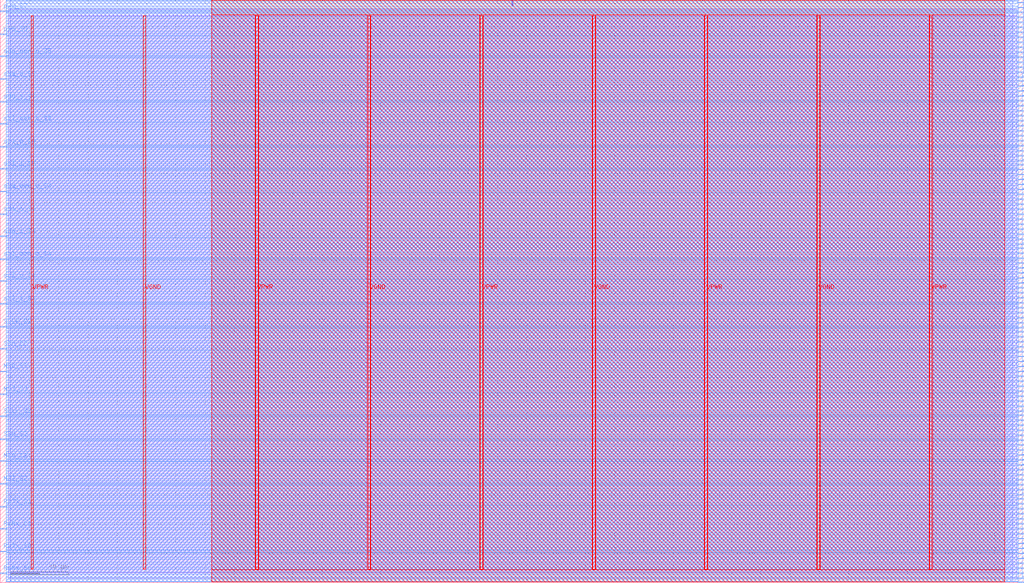
<source format=lef>
VERSION 5.7 ;
  NOWIREEXTENSIONATPIN ON ;
  DIVIDERCHAR "/" ;
  BUSBITCHARS "[]" ;
MACRO apb_sys_0
  CLASS BLOCK ;
  FOREIGN apb_sys_0 ;
  ORIGIN 0.000 0.000 ;
  SIZE 700.000 BY 398.600 ;
  PIN HADDR[0]
    DIRECTION INPUT ;
    USE SIGNAL ;
    PORT
      LAYER met3 ;
        RECT 696.000 0.000 700.000 0.600 ;
    END
  END HADDR[0]
  PIN HADDR[10]
    DIRECTION INPUT ;
    USE SIGNAL ;
    PORT
      LAYER met3 ;
        RECT 696.000 33.320 700.000 33.920 ;
    END
  END HADDR[10]
  PIN HADDR[11]
    DIRECTION INPUT ;
    USE SIGNAL ;
    PORT
      LAYER met3 ;
        RECT 696.000 36.720 700.000 37.320 ;
    END
  END HADDR[11]
  PIN HADDR[12]
    DIRECTION INPUT ;
    USE SIGNAL ;
    PORT
      LAYER met3 ;
        RECT 696.000 40.120 700.000 40.720 ;
    END
  END HADDR[12]
  PIN HADDR[13]
    DIRECTION INPUT ;
    USE SIGNAL ;
    PORT
      LAYER met3 ;
        RECT 696.000 43.520 700.000 44.120 ;
    END
  END HADDR[13]
  PIN HADDR[14]
    DIRECTION INPUT ;
    USE SIGNAL ;
    PORT
      LAYER met3 ;
        RECT 696.000 46.920 700.000 47.520 ;
    END
  END HADDR[14]
  PIN HADDR[15]
    DIRECTION INPUT ;
    USE SIGNAL ;
    PORT
      LAYER met3 ;
        RECT 696.000 50.320 700.000 50.920 ;
    END
  END HADDR[15]
  PIN HADDR[16]
    DIRECTION INPUT ;
    USE SIGNAL ;
    PORT
      LAYER met3 ;
        RECT 696.000 53.720 700.000 54.320 ;
    END
  END HADDR[16]
  PIN HADDR[17]
    DIRECTION INPUT ;
    USE SIGNAL ;
    PORT
      LAYER met3 ;
        RECT 696.000 57.120 700.000 57.720 ;
    END
  END HADDR[17]
  PIN HADDR[18]
    DIRECTION INPUT ;
    USE SIGNAL ;
    PORT
      LAYER met3 ;
        RECT 696.000 59.840 700.000 60.440 ;
    END
  END HADDR[18]
  PIN HADDR[19]
    DIRECTION INPUT ;
    USE SIGNAL ;
    PORT
      LAYER met3 ;
        RECT 696.000 63.240 700.000 63.840 ;
    END
  END HADDR[19]
  PIN HADDR[1]
    DIRECTION INPUT ;
    USE SIGNAL ;
    PORT
      LAYER met3 ;
        RECT 696.000 2.720 700.000 3.320 ;
    END
  END HADDR[1]
  PIN HADDR[20]
    DIRECTION INPUT ;
    USE SIGNAL ;
    PORT
      LAYER met3 ;
        RECT 696.000 66.640 700.000 67.240 ;
    END
  END HADDR[20]
  PIN HADDR[21]
    DIRECTION INPUT ;
    USE SIGNAL ;
    PORT
      LAYER met3 ;
        RECT 696.000 70.040 700.000 70.640 ;
    END
  END HADDR[21]
  PIN HADDR[22]
    DIRECTION INPUT ;
    USE SIGNAL ;
    PORT
      LAYER met3 ;
        RECT 696.000 73.440 700.000 74.040 ;
    END
  END HADDR[22]
  PIN HADDR[23]
    DIRECTION INPUT ;
    USE SIGNAL ;
    PORT
      LAYER met3 ;
        RECT 696.000 76.840 700.000 77.440 ;
    END
  END HADDR[23]
  PIN HADDR[24]
    DIRECTION INPUT ;
    USE SIGNAL ;
    PORT
      LAYER met3 ;
        RECT 696.000 80.240 700.000 80.840 ;
    END
  END HADDR[24]
  PIN HADDR[25]
    DIRECTION INPUT ;
    USE SIGNAL ;
    PORT
      LAYER met3 ;
        RECT 696.000 83.640 700.000 84.240 ;
    END
  END HADDR[25]
  PIN HADDR[26]
    DIRECTION INPUT ;
    USE SIGNAL ;
    PORT
      LAYER met3 ;
        RECT 696.000 87.040 700.000 87.640 ;
    END
  END HADDR[26]
  PIN HADDR[27]
    DIRECTION INPUT ;
    USE SIGNAL ;
    PORT
      LAYER met3 ;
        RECT 696.000 90.440 700.000 91.040 ;
    END
  END HADDR[27]
  PIN HADDR[28]
    DIRECTION INPUT ;
    USE SIGNAL ;
    PORT
      LAYER met3 ;
        RECT 696.000 93.840 700.000 94.440 ;
    END
  END HADDR[28]
  PIN HADDR[29]
    DIRECTION INPUT ;
    USE SIGNAL ;
    PORT
      LAYER met3 ;
        RECT 696.000 97.240 700.000 97.840 ;
    END
  END HADDR[29]
  PIN HADDR[2]
    DIRECTION INPUT ;
    USE SIGNAL ;
    PORT
      LAYER met3 ;
        RECT 696.000 6.120 700.000 6.720 ;
    END
  END HADDR[2]
  PIN HADDR[30]
    DIRECTION INPUT ;
    USE SIGNAL ;
    PORT
      LAYER met3 ;
        RECT 696.000 100.640 700.000 101.240 ;
    END
  END HADDR[30]
  PIN HADDR[31]
    DIRECTION INPUT ;
    USE SIGNAL ;
    PORT
      LAYER met3 ;
        RECT 696.000 104.040 700.000 104.640 ;
    END
  END HADDR[31]
  PIN HADDR[3]
    DIRECTION INPUT ;
    USE SIGNAL ;
    PORT
      LAYER met3 ;
        RECT 696.000 9.520 700.000 10.120 ;
    END
  END HADDR[3]
  PIN HADDR[4]
    DIRECTION INPUT ;
    USE SIGNAL ;
    PORT
      LAYER met3 ;
        RECT 696.000 12.920 700.000 13.520 ;
    END
  END HADDR[4]
  PIN HADDR[5]
    DIRECTION INPUT ;
    USE SIGNAL ;
    PORT
      LAYER met3 ;
        RECT 696.000 16.320 700.000 16.920 ;
    END
  END HADDR[5]
  PIN HADDR[6]
    DIRECTION INPUT ;
    USE SIGNAL ;
    PORT
      LAYER met3 ;
        RECT 696.000 19.720 700.000 20.320 ;
    END
  END HADDR[6]
  PIN HADDR[7]
    DIRECTION INPUT ;
    USE SIGNAL ;
    PORT
      LAYER met3 ;
        RECT 696.000 23.120 700.000 23.720 ;
    END
  END HADDR[7]
  PIN HADDR[8]
    DIRECTION INPUT ;
    USE SIGNAL ;
    PORT
      LAYER met3 ;
        RECT 696.000 26.520 700.000 27.120 ;
    END
  END HADDR[8]
  PIN HADDR[9]
    DIRECTION INPUT ;
    USE SIGNAL ;
    PORT
      LAYER met3 ;
        RECT 696.000 29.920 700.000 30.520 ;
    END
  END HADDR[9]
  PIN HCLK
    DIRECTION INPUT ;
    USE SIGNAL ;
    PORT
      LAYER met3 ;
        RECT 696.000 339.320 700.000 339.920 ;
    END
  END HCLK
  PIN HRDATA[0]
    DIRECTION OUTPUT TRISTATE ;
    USE SIGNAL ;
    PORT
      LAYER met3 ;
        RECT 696.000 107.440 700.000 108.040 ;
    END
  END HRDATA[0]
  PIN HRDATA[10]
    DIRECTION OUTPUT TRISTATE ;
    USE SIGNAL ;
    PORT
      LAYER met3 ;
        RECT 696.000 140.760 700.000 141.360 ;
    END
  END HRDATA[10]
  PIN HRDATA[11]
    DIRECTION OUTPUT TRISTATE ;
    USE SIGNAL ;
    PORT
      LAYER met3 ;
        RECT 696.000 144.160 700.000 144.760 ;
    END
  END HRDATA[11]
  PIN HRDATA[12]
    DIRECTION OUTPUT TRISTATE ;
    USE SIGNAL ;
    PORT
      LAYER met3 ;
        RECT 696.000 147.560 700.000 148.160 ;
    END
  END HRDATA[12]
  PIN HRDATA[13]
    DIRECTION OUTPUT TRISTATE ;
    USE SIGNAL ;
    PORT
      LAYER met3 ;
        RECT 696.000 150.960 700.000 151.560 ;
    END
  END HRDATA[13]
  PIN HRDATA[14]
    DIRECTION OUTPUT TRISTATE ;
    USE SIGNAL ;
    PORT
      LAYER met3 ;
        RECT 696.000 154.360 700.000 154.960 ;
    END
  END HRDATA[14]
  PIN HRDATA[15]
    DIRECTION OUTPUT TRISTATE ;
    USE SIGNAL ;
    PORT
      LAYER met3 ;
        RECT 696.000 157.760 700.000 158.360 ;
    END
  END HRDATA[15]
  PIN HRDATA[16]
    DIRECTION OUTPUT TRISTATE ;
    USE SIGNAL ;
    PORT
      LAYER met3 ;
        RECT 696.000 161.160 700.000 161.760 ;
    END
  END HRDATA[16]
  PIN HRDATA[17]
    DIRECTION OUTPUT TRISTATE ;
    USE SIGNAL ;
    PORT
      LAYER met3 ;
        RECT 696.000 164.560 700.000 165.160 ;
    END
  END HRDATA[17]
  PIN HRDATA[18]
    DIRECTION OUTPUT TRISTATE ;
    USE SIGNAL ;
    PORT
      LAYER met3 ;
        RECT 696.000 167.960 700.000 168.560 ;
    END
  END HRDATA[18]
  PIN HRDATA[19]
    DIRECTION OUTPUT TRISTATE ;
    USE SIGNAL ;
    PORT
      LAYER met3 ;
        RECT 696.000 171.360 700.000 171.960 ;
    END
  END HRDATA[19]
  PIN HRDATA[1]
    DIRECTION OUTPUT TRISTATE ;
    USE SIGNAL ;
    PORT
      LAYER met3 ;
        RECT 696.000 110.840 700.000 111.440 ;
    END
  END HRDATA[1]
  PIN HRDATA[20]
    DIRECTION OUTPUT TRISTATE ;
    USE SIGNAL ;
    PORT
      LAYER met3 ;
        RECT 696.000 174.080 700.000 174.680 ;
    END
  END HRDATA[20]
  PIN HRDATA[21]
    DIRECTION OUTPUT TRISTATE ;
    USE SIGNAL ;
    PORT
      LAYER met3 ;
        RECT 696.000 177.480 700.000 178.080 ;
    END
  END HRDATA[21]
  PIN HRDATA[22]
    DIRECTION OUTPUT TRISTATE ;
    USE SIGNAL ;
    PORT
      LAYER met3 ;
        RECT 696.000 180.880 700.000 181.480 ;
    END
  END HRDATA[22]
  PIN HRDATA[23]
    DIRECTION OUTPUT TRISTATE ;
    USE SIGNAL ;
    PORT
      LAYER met3 ;
        RECT 696.000 184.280 700.000 184.880 ;
    END
  END HRDATA[23]
  PIN HRDATA[24]
    DIRECTION OUTPUT TRISTATE ;
    USE SIGNAL ;
    PORT
      LAYER met3 ;
        RECT 696.000 187.680 700.000 188.280 ;
    END
  END HRDATA[24]
  PIN HRDATA[25]
    DIRECTION OUTPUT TRISTATE ;
    USE SIGNAL ;
    PORT
      LAYER met3 ;
        RECT 696.000 191.080 700.000 191.680 ;
    END
  END HRDATA[25]
  PIN HRDATA[26]
    DIRECTION OUTPUT TRISTATE ;
    USE SIGNAL ;
    PORT
      LAYER met3 ;
        RECT 696.000 194.480 700.000 195.080 ;
    END
  END HRDATA[26]
  PIN HRDATA[27]
    DIRECTION OUTPUT TRISTATE ;
    USE SIGNAL ;
    PORT
      LAYER met3 ;
        RECT 696.000 197.880 700.000 198.480 ;
    END
  END HRDATA[27]
  PIN HRDATA[28]
    DIRECTION OUTPUT TRISTATE ;
    USE SIGNAL ;
    PORT
      LAYER met3 ;
        RECT 696.000 201.280 700.000 201.880 ;
    END
  END HRDATA[28]
  PIN HRDATA[29]
    DIRECTION OUTPUT TRISTATE ;
    USE SIGNAL ;
    PORT
      LAYER met3 ;
        RECT 696.000 204.680 700.000 205.280 ;
    END
  END HRDATA[29]
  PIN HRDATA[2]
    DIRECTION OUTPUT TRISTATE ;
    USE SIGNAL ;
    PORT
      LAYER met3 ;
        RECT 696.000 114.240 700.000 114.840 ;
    END
  END HRDATA[2]
  PIN HRDATA[30]
    DIRECTION OUTPUT TRISTATE ;
    USE SIGNAL ;
    PORT
      LAYER met3 ;
        RECT 696.000 208.080 700.000 208.680 ;
    END
  END HRDATA[30]
  PIN HRDATA[31]
    DIRECTION OUTPUT TRISTATE ;
    USE SIGNAL ;
    PORT
      LAYER met3 ;
        RECT 696.000 211.480 700.000 212.080 ;
    END
  END HRDATA[31]
  PIN HRDATA[3]
    DIRECTION OUTPUT TRISTATE ;
    USE SIGNAL ;
    PORT
      LAYER met3 ;
        RECT 696.000 116.960 700.000 117.560 ;
    END
  END HRDATA[3]
  PIN HRDATA[4]
    DIRECTION OUTPUT TRISTATE ;
    USE SIGNAL ;
    PORT
      LAYER met3 ;
        RECT 696.000 120.360 700.000 120.960 ;
    END
  END HRDATA[4]
  PIN HRDATA[5]
    DIRECTION OUTPUT TRISTATE ;
    USE SIGNAL ;
    PORT
      LAYER met3 ;
        RECT 696.000 123.760 700.000 124.360 ;
    END
  END HRDATA[5]
  PIN HRDATA[6]
    DIRECTION OUTPUT TRISTATE ;
    USE SIGNAL ;
    PORT
      LAYER met3 ;
        RECT 696.000 127.160 700.000 127.760 ;
    END
  END HRDATA[6]
  PIN HRDATA[7]
    DIRECTION OUTPUT TRISTATE ;
    USE SIGNAL ;
    PORT
      LAYER met3 ;
        RECT 696.000 130.560 700.000 131.160 ;
    END
  END HRDATA[7]
  PIN HRDATA[8]
    DIRECTION OUTPUT TRISTATE ;
    USE SIGNAL ;
    PORT
      LAYER met3 ;
        RECT 696.000 133.960 700.000 134.560 ;
    END
  END HRDATA[8]
  PIN HRDATA[9]
    DIRECTION OUTPUT TRISTATE ;
    USE SIGNAL ;
    PORT
      LAYER met3 ;
        RECT 696.000 137.360 700.000 137.960 ;
    END
  END HRDATA[9]
  PIN HREADY
    DIRECTION INPUT ;
    USE SIGNAL ;
    PORT
      LAYER met3 ;
        RECT 696.000 332.520 700.000 333.120 ;
    END
  END HREADY
  PIN HREADYOUT
    DIRECTION OUTPUT TRISTATE ;
    USE SIGNAL ;
    PORT
      LAYER met2 ;
        RECT 350.150 394.600 350.430 398.600 ;
    END
  END HREADYOUT
  PIN HRESETn
    DIRECTION INPUT ;
    USE SIGNAL ;
    PORT
      LAYER met3 ;
        RECT 696.000 342.720 700.000 343.320 ;
    END
  END HRESETn
  PIN HSEL
    DIRECTION INPUT ;
    USE SIGNAL ;
    PORT
      LAYER met3 ;
        RECT 696.000 335.920 700.000 336.520 ;
    END
  END HSEL
  PIN HTRANS[0]
    DIRECTION INPUT ;
    USE SIGNAL ;
    PORT
      LAYER met3 ;
        RECT 696.000 322.320 700.000 322.920 ;
    END
  END HTRANS[0]
  PIN HTRANS[1]
    DIRECTION INPUT ;
    USE SIGNAL ;
    PORT
      LAYER met3 ;
        RECT 696.000 325.720 700.000 326.320 ;
    END
  END HTRANS[1]
  PIN HWDATA[0]
    DIRECTION INPUT ;
    USE SIGNAL ;
    PORT
      LAYER met3 ;
        RECT 696.000 214.880 700.000 215.480 ;
    END
  END HWDATA[0]
  PIN HWDATA[10]
    DIRECTION INPUT ;
    USE SIGNAL ;
    PORT
      LAYER met3 ;
        RECT 696.000 248.200 700.000 248.800 ;
    END
  END HWDATA[10]
  PIN HWDATA[11]
    DIRECTION INPUT ;
    USE SIGNAL ;
    PORT
      LAYER met3 ;
        RECT 696.000 251.600 700.000 252.200 ;
    END
  END HWDATA[11]
  PIN HWDATA[12]
    DIRECTION INPUT ;
    USE SIGNAL ;
    PORT
      LAYER met3 ;
        RECT 696.000 255.000 700.000 255.600 ;
    END
  END HWDATA[12]
  PIN HWDATA[13]
    DIRECTION INPUT ;
    USE SIGNAL ;
    PORT
      LAYER met3 ;
        RECT 696.000 258.400 700.000 259.000 ;
    END
  END HWDATA[13]
  PIN HWDATA[14]
    DIRECTION INPUT ;
    USE SIGNAL ;
    PORT
      LAYER met3 ;
        RECT 696.000 261.800 700.000 262.400 ;
    END
  END HWDATA[14]
  PIN HWDATA[15]
    DIRECTION INPUT ;
    USE SIGNAL ;
    PORT
      LAYER met3 ;
        RECT 696.000 265.200 700.000 265.800 ;
    END
  END HWDATA[15]
  PIN HWDATA[16]
    DIRECTION INPUT ;
    USE SIGNAL ;
    PORT
      LAYER met3 ;
        RECT 696.000 268.600 700.000 269.200 ;
    END
  END HWDATA[16]
  PIN HWDATA[17]
    DIRECTION INPUT ;
    USE SIGNAL ;
    PORT
      LAYER met3 ;
        RECT 696.000 272.000 700.000 272.600 ;
    END
  END HWDATA[17]
  PIN HWDATA[18]
    DIRECTION INPUT ;
    USE SIGNAL ;
    PORT
      LAYER met3 ;
        RECT 696.000 275.400 700.000 276.000 ;
    END
  END HWDATA[18]
  PIN HWDATA[19]
    DIRECTION INPUT ;
    USE SIGNAL ;
    PORT
      LAYER met3 ;
        RECT 696.000 278.800 700.000 279.400 ;
    END
  END HWDATA[19]
  PIN HWDATA[1]
    DIRECTION INPUT ;
    USE SIGNAL ;
    PORT
      LAYER met3 ;
        RECT 696.000 218.280 700.000 218.880 ;
    END
  END HWDATA[1]
  PIN HWDATA[20]
    DIRECTION INPUT ;
    USE SIGNAL ;
    PORT
      LAYER met3 ;
        RECT 696.000 282.200 700.000 282.800 ;
    END
  END HWDATA[20]
  PIN HWDATA[21]
    DIRECTION INPUT ;
    USE SIGNAL ;
    PORT
      LAYER met3 ;
        RECT 696.000 285.600 700.000 286.200 ;
    END
  END HWDATA[21]
  PIN HWDATA[22]
    DIRECTION INPUT ;
    USE SIGNAL ;
    PORT
      LAYER met3 ;
        RECT 696.000 288.320 700.000 288.920 ;
    END
  END HWDATA[22]
  PIN HWDATA[23]
    DIRECTION INPUT ;
    USE SIGNAL ;
    PORT
      LAYER met3 ;
        RECT 696.000 291.720 700.000 292.320 ;
    END
  END HWDATA[23]
  PIN HWDATA[24]
    DIRECTION INPUT ;
    USE SIGNAL ;
    PORT
      LAYER met3 ;
        RECT 696.000 295.120 700.000 295.720 ;
    END
  END HWDATA[24]
  PIN HWDATA[25]
    DIRECTION INPUT ;
    USE SIGNAL ;
    PORT
      LAYER met3 ;
        RECT 696.000 298.520 700.000 299.120 ;
    END
  END HWDATA[25]
  PIN HWDATA[26]
    DIRECTION INPUT ;
    USE SIGNAL ;
    PORT
      LAYER met3 ;
        RECT 696.000 301.920 700.000 302.520 ;
    END
  END HWDATA[26]
  PIN HWDATA[27]
    DIRECTION INPUT ;
    USE SIGNAL ;
    PORT
      LAYER met3 ;
        RECT 696.000 305.320 700.000 305.920 ;
    END
  END HWDATA[27]
  PIN HWDATA[28]
    DIRECTION INPUT ;
    USE SIGNAL ;
    PORT
      LAYER met3 ;
        RECT 696.000 308.720 700.000 309.320 ;
    END
  END HWDATA[28]
  PIN HWDATA[29]
    DIRECTION INPUT ;
    USE SIGNAL ;
    PORT
      LAYER met3 ;
        RECT 696.000 312.120 700.000 312.720 ;
    END
  END HWDATA[29]
  PIN HWDATA[2]
    DIRECTION INPUT ;
    USE SIGNAL ;
    PORT
      LAYER met3 ;
        RECT 696.000 221.680 700.000 222.280 ;
    END
  END HWDATA[2]
  PIN HWDATA[30]
    DIRECTION INPUT ;
    USE SIGNAL ;
    PORT
      LAYER met3 ;
        RECT 696.000 315.520 700.000 316.120 ;
    END
  END HWDATA[30]
  PIN HWDATA[31]
    DIRECTION INPUT ;
    USE SIGNAL ;
    PORT
      LAYER met3 ;
        RECT 696.000 318.920 700.000 319.520 ;
    END
  END HWDATA[31]
  PIN HWDATA[3]
    DIRECTION INPUT ;
    USE SIGNAL ;
    PORT
      LAYER met3 ;
        RECT 696.000 225.080 700.000 225.680 ;
    END
  END HWDATA[3]
  PIN HWDATA[4]
    DIRECTION INPUT ;
    USE SIGNAL ;
    PORT
      LAYER met3 ;
        RECT 696.000 228.480 700.000 229.080 ;
    END
  END HWDATA[4]
  PIN HWDATA[5]
    DIRECTION INPUT ;
    USE SIGNAL ;
    PORT
      LAYER met3 ;
        RECT 696.000 231.200 700.000 231.800 ;
    END
  END HWDATA[5]
  PIN HWDATA[6]
    DIRECTION INPUT ;
    USE SIGNAL ;
    PORT
      LAYER met3 ;
        RECT 696.000 234.600 700.000 235.200 ;
    END
  END HWDATA[6]
  PIN HWDATA[7]
    DIRECTION INPUT ;
    USE SIGNAL ;
    PORT
      LAYER met3 ;
        RECT 696.000 238.000 700.000 238.600 ;
    END
  END HWDATA[7]
  PIN HWDATA[8]
    DIRECTION INPUT ;
    USE SIGNAL ;
    PORT
      LAYER met3 ;
        RECT 696.000 241.400 700.000 242.000 ;
    END
  END HWDATA[8]
  PIN HWDATA[9]
    DIRECTION INPUT ;
    USE SIGNAL ;
    PORT
      LAYER met3 ;
        RECT 696.000 244.800 700.000 245.400 ;
    END
  END HWDATA[9]
  PIN HWRITE
    DIRECTION INPUT ;
    USE SIGNAL ;
    PORT
      LAYER met3 ;
        RECT 696.000 329.120 700.000 329.720 ;
    END
  END HWRITE
  PIN IRQ[0]
    DIRECTION OUTPUT TRISTATE ;
    USE SIGNAL ;
    PORT
      LAYER met3 ;
        RECT 696.000 345.440 700.000 346.040 ;
    END
  END IRQ[0]
  PIN IRQ[10]
    DIRECTION OUTPUT TRISTATE ;
    USE SIGNAL ;
    PORT
      LAYER met3 ;
        RECT 696.000 379.440 700.000 380.040 ;
    END
  END IRQ[10]
  PIN IRQ[11]
    DIRECTION OUTPUT TRISTATE ;
    USE SIGNAL ;
    PORT
      LAYER met3 ;
        RECT 696.000 382.840 700.000 383.440 ;
    END
  END IRQ[11]
  PIN IRQ[12]
    DIRECTION OUTPUT TRISTATE ;
    USE SIGNAL ;
    PORT
      LAYER met3 ;
        RECT 696.000 386.240 700.000 386.840 ;
    END
  END IRQ[12]
  PIN IRQ[13]
    DIRECTION OUTPUT TRISTATE ;
    USE SIGNAL ;
    PORT
      LAYER met3 ;
        RECT 696.000 389.640 700.000 390.240 ;
    END
  END IRQ[13]
  PIN IRQ[14]
    DIRECTION OUTPUT TRISTATE ;
    USE SIGNAL ;
    PORT
      LAYER met3 ;
        RECT 696.000 393.040 700.000 393.640 ;
    END
  END IRQ[14]
  PIN IRQ[15]
    DIRECTION OUTPUT TRISTATE ;
    USE SIGNAL ;
    PORT
      LAYER met3 ;
        RECT 696.000 396.440 700.000 397.040 ;
    END
  END IRQ[15]
  PIN IRQ[1]
    DIRECTION OUTPUT TRISTATE ;
    USE SIGNAL ;
    PORT
      LAYER met3 ;
        RECT 696.000 348.840 700.000 349.440 ;
    END
  END IRQ[1]
  PIN IRQ[2]
    DIRECTION OUTPUT TRISTATE ;
    USE SIGNAL ;
    PORT
      LAYER met3 ;
        RECT 696.000 352.240 700.000 352.840 ;
    END
  END IRQ[2]
  PIN IRQ[3]
    DIRECTION OUTPUT TRISTATE ;
    USE SIGNAL ;
    PORT
      LAYER met3 ;
        RECT 696.000 355.640 700.000 356.240 ;
    END
  END IRQ[3]
  PIN IRQ[4]
    DIRECTION OUTPUT TRISTATE ;
    USE SIGNAL ;
    PORT
      LAYER met3 ;
        RECT 696.000 359.040 700.000 359.640 ;
    END
  END IRQ[4]
  PIN IRQ[5]
    DIRECTION OUTPUT TRISTATE ;
    USE SIGNAL ;
    PORT
      LAYER met3 ;
        RECT 696.000 362.440 700.000 363.040 ;
    END
  END IRQ[5]
  PIN IRQ[6]
    DIRECTION OUTPUT TRISTATE ;
    USE SIGNAL ;
    PORT
      LAYER met3 ;
        RECT 696.000 365.840 700.000 366.440 ;
    END
  END IRQ[6]
  PIN IRQ[7]
    DIRECTION OUTPUT TRISTATE ;
    USE SIGNAL ;
    PORT
      LAYER met3 ;
        RECT 696.000 369.240 700.000 369.840 ;
    END
  END IRQ[7]
  PIN IRQ[8]
    DIRECTION OUTPUT TRISTATE ;
    USE SIGNAL ;
    PORT
      LAYER met3 ;
        RECT 696.000 372.640 700.000 373.240 ;
    END
  END IRQ[8]
  PIN IRQ[9]
    DIRECTION OUTPUT TRISTATE ;
    USE SIGNAL ;
    PORT
      LAYER met3 ;
        RECT 696.000 376.040 700.000 376.640 ;
    END
  END IRQ[9]
  PIN MSI_S2
    DIRECTION INPUT ;
    USE SIGNAL ;
    PORT
      LAYER met3 ;
        RECT 0.000 67.320 4.000 67.920 ;
    END
  END MSI_S2
  PIN MSI_S3
    DIRECTION INPUT ;
    USE SIGNAL ;
    PORT
      LAYER met3 ;
        RECT 0.000 128.520 4.000 129.120 ;
    END
  END MSI_S3
  PIN MSO_S2
    DIRECTION OUTPUT TRISTATE ;
    USE SIGNAL ;
    PORT
      LAYER met3 ;
        RECT 0.000 82.960 4.000 83.560 ;
    END
  END MSO_S2
  PIN MSO_S3
    DIRECTION OUTPUT TRISTATE ;
    USE SIGNAL ;
    PORT
      LAYER met3 ;
        RECT 0.000 144.160 4.000 144.760 ;
    END
  END MSO_S3
  PIN RsRx_S0
    DIRECTION INPUT ;
    USE SIGNAL ;
    PORT
      LAYER met3 ;
        RECT 0.000 6.120 4.000 6.720 ;
    END
  END RsRx_S0
  PIN RsRx_S1
    DIRECTION INPUT ;
    USE SIGNAL ;
    PORT
      LAYER met3 ;
        RECT 0.000 36.720 4.000 37.320 ;
    END
  END RsRx_S1
  PIN RsTx_S0
    DIRECTION OUTPUT TRISTATE ;
    USE SIGNAL ;
    PORT
      LAYER met3 ;
        RECT 0.000 21.080 4.000 21.680 ;
    END
  END RsTx_S0
  PIN RsTx_S1
    DIRECTION OUTPUT TRISTATE ;
    USE SIGNAL ;
    PORT
      LAYER met3 ;
        RECT 0.000 51.680 4.000 52.280 ;
    END
  END RsTx_S1
  PIN SCLK_S2
    DIRECTION OUTPUT TRISTATE ;
    USE SIGNAL ;
    PORT
      LAYER met3 ;
        RECT 0.000 113.560 4.000 114.160 ;
    END
  END SCLK_S2
  PIN SCLK_S3
    DIRECTION OUTPUT TRISTATE ;
    USE SIGNAL ;
    PORT
      LAYER met3 ;
        RECT 0.000 174.760 4.000 175.360 ;
    END
  END SCLK_S3
  PIN SSn_S2
    DIRECTION OUTPUT TRISTATE ;
    USE SIGNAL ;
    PORT
      LAYER met3 ;
        RECT 0.000 97.920 4.000 98.520 ;
    END
  END SSn_S2
  PIN SSn_S3
    DIRECTION OUTPUT TRISTATE ;
    USE SIGNAL ;
    PORT
      LAYER met3 ;
        RECT 0.000 159.800 4.000 160.400 ;
    END
  END SSn_S3
  PIN pwm_S6
    DIRECTION OUTPUT TRISTATE ;
    USE SIGNAL ;
    PORT
      LAYER met3 ;
        RECT 0.000 374.680 4.000 375.280 ;
    END
  END pwm_S6
  PIN pwm_S7
    DIRECTION OUTPUT TRISTATE ;
    USE SIGNAL ;
    PORT
      LAYER met3 ;
        RECT 0.000 390.320 4.000 390.920 ;
    END
  END pwm_S7
  PIN scl_i_S4
    DIRECTION INPUT ;
    USE SIGNAL ;
    PORT
      LAYER met3 ;
        RECT 0.000 190.400 4.000 191.000 ;
    END
  END scl_i_S4
  PIN scl_i_S5
    DIRECTION INPUT ;
    USE SIGNAL ;
    PORT
      LAYER met3 ;
        RECT 0.000 282.880 4.000 283.480 ;
    END
  END scl_i_S5
  PIN scl_o_S4
    DIRECTION OUTPUT TRISTATE ;
    USE SIGNAL ;
    PORT
      LAYER met3 ;
        RECT 0.000 206.040 4.000 206.640 ;
    END
  END scl_o_S4
  PIN scl_o_S5
    DIRECTION OUTPUT TRISTATE ;
    USE SIGNAL ;
    PORT
      LAYER met3 ;
        RECT 0.000 297.840 4.000 298.440 ;
    END
  END scl_o_S5
  PIN scl_oen_o_S4
    DIRECTION OUTPUT TRISTATE ;
    USE SIGNAL ;
    PORT
      LAYER met3 ;
        RECT 0.000 221.000 4.000 221.600 ;
    END
  END scl_oen_o_S4
  PIN scl_oen_o_S5
    DIRECTION OUTPUT TRISTATE ;
    USE SIGNAL ;
    PORT
      LAYER met3 ;
        RECT 0.000 313.480 4.000 314.080 ;
    END
  END scl_oen_o_S5
  PIN sda_i_S4
    DIRECTION INPUT ;
    USE SIGNAL ;
    PORT
      LAYER met3 ;
        RECT 0.000 236.640 4.000 237.240 ;
    END
  END sda_i_S4
  PIN sda_i_S5
    DIRECTION INPUT ;
    USE SIGNAL ;
    PORT
      LAYER met3 ;
        RECT 0.000 328.440 4.000 329.040 ;
    END
  END sda_i_S5
  PIN sda_o_S4
    DIRECTION OUTPUT TRISTATE ;
    USE SIGNAL ;
    PORT
      LAYER met3 ;
        RECT 0.000 251.600 4.000 252.200 ;
    END
  END sda_o_S4
  PIN sda_o_S5
    DIRECTION OUTPUT TRISTATE ;
    USE SIGNAL ;
    PORT
      LAYER met3 ;
        RECT 0.000 344.080 4.000 344.680 ;
    END
  END sda_o_S5
  PIN sda_oen_o_S4
    DIRECTION OUTPUT TRISTATE ;
    USE SIGNAL ;
    PORT
      LAYER met3 ;
        RECT 0.000 267.240 4.000 267.840 ;
    END
  END sda_oen_o_S4
  PIN sda_oen_o_S5
    DIRECTION OUTPUT TRISTATE ;
    USE SIGNAL ;
    PORT
      LAYER met3 ;
        RECT 0.000 359.720 4.000 360.320 ;
    END
  END sda_oen_o_S5
  PIN VPWR
    DIRECTION INOUT ;
    USE POWER ;
    PORT
      LAYER met4 ;
        RECT 635.440 9.240 637.040 387.800 ;
    END
  END VPWR
  PIN VPWR
    DIRECTION INOUT ;
    USE POWER ;
    PORT
      LAYER met4 ;
        RECT 481.840 9.240 483.440 387.800 ;
    END
  END VPWR
  PIN VPWR
    DIRECTION INOUT ;
    USE POWER ;
    PORT
      LAYER met4 ;
        RECT 328.240 9.240 329.840 387.800 ;
    END
  END VPWR
  PIN VPWR
    DIRECTION INOUT ;
    USE POWER ;
    PORT
      LAYER met4 ;
        RECT 174.640 9.240 176.240 387.800 ;
    END
  END VPWR
  PIN VPWR
    DIRECTION INOUT ;
    USE POWER ;
    PORT
      LAYER met4 ;
        RECT 21.040 9.240 22.640 387.800 ;
    END
  END VPWR
  PIN VGND
    DIRECTION INOUT ;
    USE GROUND ;
    PORT
      LAYER met4 ;
        RECT 558.640 9.240 560.240 387.800 ;
    END
  END VGND
  PIN VGND
    DIRECTION INOUT ;
    USE GROUND ;
    PORT
      LAYER met4 ;
        RECT 405.040 9.240 406.640 387.800 ;
    END
  END VGND
  PIN VGND
    DIRECTION INOUT ;
    USE GROUND ;
    PORT
      LAYER met4 ;
        RECT 251.440 9.240 253.040 387.800 ;
    END
  END VGND
  PIN VGND
    DIRECTION INOUT ;
    USE GROUND ;
    PORT
      LAYER met4 ;
        RECT 97.840 9.240 99.440 387.800 ;
    END
  END VGND
  OBS
      LAYER li1 ;
        RECT 5.520 6.845 694.915 387.645 ;
      LAYER met1 ;
        RECT 5.520 3.060 694.975 391.940 ;
      LAYER met2 ;
        RECT 6.990 394.320 349.870 398.285 ;
        RECT 350.710 394.320 692.210 398.285 ;
        RECT 6.990 0.795 692.210 394.320 ;
      LAYER met3 ;
        RECT 3.990 397.440 696.130 398.265 ;
        RECT 3.990 396.040 695.600 397.440 ;
        RECT 3.990 394.040 696.130 396.040 ;
        RECT 3.990 392.640 695.600 394.040 ;
        RECT 3.990 391.320 696.130 392.640 ;
        RECT 4.400 390.640 696.130 391.320 ;
        RECT 4.400 389.920 695.600 390.640 ;
        RECT 3.990 389.240 695.600 389.920 ;
        RECT 3.990 387.240 696.130 389.240 ;
        RECT 3.990 385.840 695.600 387.240 ;
        RECT 3.990 383.840 696.130 385.840 ;
        RECT 3.990 382.440 695.600 383.840 ;
        RECT 3.990 380.440 696.130 382.440 ;
        RECT 3.990 379.040 695.600 380.440 ;
        RECT 3.990 377.040 696.130 379.040 ;
        RECT 3.990 375.680 695.600 377.040 ;
        RECT 4.400 375.640 695.600 375.680 ;
        RECT 4.400 374.280 696.130 375.640 ;
        RECT 3.990 373.640 696.130 374.280 ;
        RECT 3.990 372.240 695.600 373.640 ;
        RECT 3.990 370.240 696.130 372.240 ;
        RECT 3.990 368.840 695.600 370.240 ;
        RECT 3.990 366.840 696.130 368.840 ;
        RECT 3.990 365.440 695.600 366.840 ;
        RECT 3.990 363.440 696.130 365.440 ;
        RECT 3.990 362.040 695.600 363.440 ;
        RECT 3.990 360.720 696.130 362.040 ;
        RECT 4.400 360.040 696.130 360.720 ;
        RECT 4.400 359.320 695.600 360.040 ;
        RECT 3.990 358.640 695.600 359.320 ;
        RECT 3.990 356.640 696.130 358.640 ;
        RECT 3.990 355.240 695.600 356.640 ;
        RECT 3.990 353.240 696.130 355.240 ;
        RECT 3.990 351.840 695.600 353.240 ;
        RECT 3.990 349.840 696.130 351.840 ;
        RECT 3.990 348.440 695.600 349.840 ;
        RECT 3.990 346.440 696.130 348.440 ;
        RECT 3.990 345.080 695.600 346.440 ;
        RECT 4.400 345.040 695.600 345.080 ;
        RECT 4.400 343.720 696.130 345.040 ;
        RECT 4.400 343.680 695.600 343.720 ;
        RECT 3.990 342.320 695.600 343.680 ;
        RECT 3.990 340.320 696.130 342.320 ;
        RECT 3.990 338.920 695.600 340.320 ;
        RECT 3.990 336.920 696.130 338.920 ;
        RECT 3.990 335.520 695.600 336.920 ;
        RECT 3.990 333.520 696.130 335.520 ;
        RECT 3.990 332.120 695.600 333.520 ;
        RECT 3.990 330.120 696.130 332.120 ;
        RECT 3.990 329.440 695.600 330.120 ;
        RECT 4.400 328.720 695.600 329.440 ;
        RECT 4.400 328.040 696.130 328.720 ;
        RECT 3.990 326.720 696.130 328.040 ;
        RECT 3.990 325.320 695.600 326.720 ;
        RECT 3.990 323.320 696.130 325.320 ;
        RECT 3.990 321.920 695.600 323.320 ;
        RECT 3.990 319.920 696.130 321.920 ;
        RECT 3.990 318.520 695.600 319.920 ;
        RECT 3.990 316.520 696.130 318.520 ;
        RECT 3.990 315.120 695.600 316.520 ;
        RECT 3.990 314.480 696.130 315.120 ;
        RECT 4.400 313.120 696.130 314.480 ;
        RECT 4.400 313.080 695.600 313.120 ;
        RECT 3.990 311.720 695.600 313.080 ;
        RECT 3.990 309.720 696.130 311.720 ;
        RECT 3.990 308.320 695.600 309.720 ;
        RECT 3.990 306.320 696.130 308.320 ;
        RECT 3.990 304.920 695.600 306.320 ;
        RECT 3.990 302.920 696.130 304.920 ;
        RECT 3.990 301.520 695.600 302.920 ;
        RECT 3.990 299.520 696.130 301.520 ;
        RECT 3.990 298.840 695.600 299.520 ;
        RECT 4.400 298.120 695.600 298.840 ;
        RECT 4.400 297.440 696.130 298.120 ;
        RECT 3.990 296.120 696.130 297.440 ;
        RECT 3.990 294.720 695.600 296.120 ;
        RECT 3.990 292.720 696.130 294.720 ;
        RECT 3.990 291.320 695.600 292.720 ;
        RECT 3.990 289.320 696.130 291.320 ;
        RECT 3.990 287.920 695.600 289.320 ;
        RECT 3.990 286.600 696.130 287.920 ;
        RECT 3.990 285.200 695.600 286.600 ;
        RECT 3.990 283.880 696.130 285.200 ;
        RECT 4.400 283.200 696.130 283.880 ;
        RECT 4.400 282.480 695.600 283.200 ;
        RECT 3.990 281.800 695.600 282.480 ;
        RECT 3.990 279.800 696.130 281.800 ;
        RECT 3.990 278.400 695.600 279.800 ;
        RECT 3.990 276.400 696.130 278.400 ;
        RECT 3.990 275.000 695.600 276.400 ;
        RECT 3.990 273.000 696.130 275.000 ;
        RECT 3.990 271.600 695.600 273.000 ;
        RECT 3.990 269.600 696.130 271.600 ;
        RECT 3.990 268.240 695.600 269.600 ;
        RECT 4.400 268.200 695.600 268.240 ;
        RECT 4.400 266.840 696.130 268.200 ;
        RECT 3.990 266.200 696.130 266.840 ;
        RECT 3.990 264.800 695.600 266.200 ;
        RECT 3.990 262.800 696.130 264.800 ;
        RECT 3.990 261.400 695.600 262.800 ;
        RECT 3.990 259.400 696.130 261.400 ;
        RECT 3.990 258.000 695.600 259.400 ;
        RECT 3.990 256.000 696.130 258.000 ;
        RECT 3.990 254.600 695.600 256.000 ;
        RECT 3.990 252.600 696.130 254.600 ;
        RECT 4.400 251.200 695.600 252.600 ;
        RECT 3.990 249.200 696.130 251.200 ;
        RECT 3.990 247.800 695.600 249.200 ;
        RECT 3.990 245.800 696.130 247.800 ;
        RECT 3.990 244.400 695.600 245.800 ;
        RECT 3.990 242.400 696.130 244.400 ;
        RECT 3.990 241.000 695.600 242.400 ;
        RECT 3.990 239.000 696.130 241.000 ;
        RECT 3.990 237.640 695.600 239.000 ;
        RECT 4.400 237.600 695.600 237.640 ;
        RECT 4.400 236.240 696.130 237.600 ;
        RECT 3.990 235.600 696.130 236.240 ;
        RECT 3.990 234.200 695.600 235.600 ;
        RECT 3.990 232.200 696.130 234.200 ;
        RECT 3.990 230.800 695.600 232.200 ;
        RECT 3.990 229.480 696.130 230.800 ;
        RECT 3.990 228.080 695.600 229.480 ;
        RECT 3.990 226.080 696.130 228.080 ;
        RECT 3.990 224.680 695.600 226.080 ;
        RECT 3.990 222.680 696.130 224.680 ;
        RECT 3.990 222.000 695.600 222.680 ;
        RECT 4.400 221.280 695.600 222.000 ;
        RECT 4.400 220.600 696.130 221.280 ;
        RECT 3.990 219.280 696.130 220.600 ;
        RECT 3.990 217.880 695.600 219.280 ;
        RECT 3.990 215.880 696.130 217.880 ;
        RECT 3.990 214.480 695.600 215.880 ;
        RECT 3.990 212.480 696.130 214.480 ;
        RECT 3.990 211.080 695.600 212.480 ;
        RECT 3.990 209.080 696.130 211.080 ;
        RECT 3.990 207.680 695.600 209.080 ;
        RECT 3.990 207.040 696.130 207.680 ;
        RECT 4.400 205.680 696.130 207.040 ;
        RECT 4.400 205.640 695.600 205.680 ;
        RECT 3.990 204.280 695.600 205.640 ;
        RECT 3.990 202.280 696.130 204.280 ;
        RECT 3.990 200.880 695.600 202.280 ;
        RECT 3.990 198.880 696.130 200.880 ;
        RECT 3.990 197.480 695.600 198.880 ;
        RECT 3.990 195.480 696.130 197.480 ;
        RECT 3.990 194.080 695.600 195.480 ;
        RECT 3.990 192.080 696.130 194.080 ;
        RECT 3.990 191.400 695.600 192.080 ;
        RECT 4.400 190.680 695.600 191.400 ;
        RECT 4.400 190.000 696.130 190.680 ;
        RECT 3.990 188.680 696.130 190.000 ;
        RECT 3.990 187.280 695.600 188.680 ;
        RECT 3.990 185.280 696.130 187.280 ;
        RECT 3.990 183.880 695.600 185.280 ;
        RECT 3.990 181.880 696.130 183.880 ;
        RECT 3.990 180.480 695.600 181.880 ;
        RECT 3.990 178.480 696.130 180.480 ;
        RECT 3.990 177.080 695.600 178.480 ;
        RECT 3.990 175.760 696.130 177.080 ;
        RECT 4.400 175.080 696.130 175.760 ;
        RECT 4.400 174.360 695.600 175.080 ;
        RECT 3.990 173.680 695.600 174.360 ;
        RECT 3.990 172.360 696.130 173.680 ;
        RECT 3.990 170.960 695.600 172.360 ;
        RECT 3.990 168.960 696.130 170.960 ;
        RECT 3.990 167.560 695.600 168.960 ;
        RECT 3.990 165.560 696.130 167.560 ;
        RECT 3.990 164.160 695.600 165.560 ;
        RECT 3.990 162.160 696.130 164.160 ;
        RECT 3.990 160.800 695.600 162.160 ;
        RECT 4.400 160.760 695.600 160.800 ;
        RECT 4.400 159.400 696.130 160.760 ;
        RECT 3.990 158.760 696.130 159.400 ;
        RECT 3.990 157.360 695.600 158.760 ;
        RECT 3.990 155.360 696.130 157.360 ;
        RECT 3.990 153.960 695.600 155.360 ;
        RECT 3.990 151.960 696.130 153.960 ;
        RECT 3.990 150.560 695.600 151.960 ;
        RECT 3.990 148.560 696.130 150.560 ;
        RECT 3.990 147.160 695.600 148.560 ;
        RECT 3.990 145.160 696.130 147.160 ;
        RECT 4.400 143.760 695.600 145.160 ;
        RECT 3.990 141.760 696.130 143.760 ;
        RECT 3.990 140.360 695.600 141.760 ;
        RECT 3.990 138.360 696.130 140.360 ;
        RECT 3.990 136.960 695.600 138.360 ;
        RECT 3.990 134.960 696.130 136.960 ;
        RECT 3.990 133.560 695.600 134.960 ;
        RECT 3.990 131.560 696.130 133.560 ;
        RECT 3.990 130.160 695.600 131.560 ;
        RECT 3.990 129.520 696.130 130.160 ;
        RECT 4.400 128.160 696.130 129.520 ;
        RECT 4.400 128.120 695.600 128.160 ;
        RECT 3.990 126.760 695.600 128.120 ;
        RECT 3.990 124.760 696.130 126.760 ;
        RECT 3.990 123.360 695.600 124.760 ;
        RECT 3.990 121.360 696.130 123.360 ;
        RECT 3.990 119.960 695.600 121.360 ;
        RECT 3.990 117.960 696.130 119.960 ;
        RECT 3.990 116.560 695.600 117.960 ;
        RECT 3.990 115.240 696.130 116.560 ;
        RECT 3.990 114.560 695.600 115.240 ;
        RECT 4.400 113.840 695.600 114.560 ;
        RECT 4.400 113.160 696.130 113.840 ;
        RECT 3.990 111.840 696.130 113.160 ;
        RECT 3.990 110.440 695.600 111.840 ;
        RECT 3.990 108.440 696.130 110.440 ;
        RECT 3.990 107.040 695.600 108.440 ;
        RECT 3.990 105.040 696.130 107.040 ;
        RECT 3.990 103.640 695.600 105.040 ;
        RECT 3.990 101.640 696.130 103.640 ;
        RECT 3.990 100.240 695.600 101.640 ;
        RECT 3.990 98.920 696.130 100.240 ;
        RECT 4.400 98.240 696.130 98.920 ;
        RECT 4.400 97.520 695.600 98.240 ;
        RECT 3.990 96.840 695.600 97.520 ;
        RECT 3.990 94.840 696.130 96.840 ;
        RECT 3.990 93.440 695.600 94.840 ;
        RECT 3.990 91.440 696.130 93.440 ;
        RECT 3.990 90.040 695.600 91.440 ;
        RECT 3.990 88.040 696.130 90.040 ;
        RECT 3.990 86.640 695.600 88.040 ;
        RECT 3.990 84.640 696.130 86.640 ;
        RECT 3.990 83.960 695.600 84.640 ;
        RECT 4.400 83.240 695.600 83.960 ;
        RECT 4.400 82.560 696.130 83.240 ;
        RECT 3.990 81.240 696.130 82.560 ;
        RECT 3.990 79.840 695.600 81.240 ;
        RECT 3.990 77.840 696.130 79.840 ;
        RECT 3.990 76.440 695.600 77.840 ;
        RECT 3.990 74.440 696.130 76.440 ;
        RECT 3.990 73.040 695.600 74.440 ;
        RECT 3.990 71.040 696.130 73.040 ;
        RECT 3.990 69.640 695.600 71.040 ;
        RECT 3.990 68.320 696.130 69.640 ;
        RECT 4.400 67.640 696.130 68.320 ;
        RECT 4.400 66.920 695.600 67.640 ;
        RECT 3.990 66.240 695.600 66.920 ;
        RECT 3.990 64.240 696.130 66.240 ;
        RECT 3.990 62.840 695.600 64.240 ;
        RECT 3.990 60.840 696.130 62.840 ;
        RECT 3.990 59.440 695.600 60.840 ;
        RECT 3.990 58.120 696.130 59.440 ;
        RECT 3.990 56.720 695.600 58.120 ;
        RECT 3.990 54.720 696.130 56.720 ;
        RECT 3.990 53.320 695.600 54.720 ;
        RECT 3.990 52.680 696.130 53.320 ;
        RECT 4.400 51.320 696.130 52.680 ;
        RECT 4.400 51.280 695.600 51.320 ;
        RECT 3.990 49.920 695.600 51.280 ;
        RECT 3.990 47.920 696.130 49.920 ;
        RECT 3.990 46.520 695.600 47.920 ;
        RECT 3.990 44.520 696.130 46.520 ;
        RECT 3.990 43.120 695.600 44.520 ;
        RECT 3.990 41.120 696.130 43.120 ;
        RECT 3.990 39.720 695.600 41.120 ;
        RECT 3.990 37.720 696.130 39.720 ;
        RECT 4.400 36.320 695.600 37.720 ;
        RECT 3.990 34.320 696.130 36.320 ;
        RECT 3.990 32.920 695.600 34.320 ;
        RECT 3.990 30.920 696.130 32.920 ;
        RECT 3.990 29.520 695.600 30.920 ;
        RECT 3.990 27.520 696.130 29.520 ;
        RECT 3.990 26.120 695.600 27.520 ;
        RECT 3.990 24.120 696.130 26.120 ;
        RECT 3.990 22.720 695.600 24.120 ;
        RECT 3.990 22.080 696.130 22.720 ;
        RECT 4.400 20.720 696.130 22.080 ;
        RECT 4.400 20.680 695.600 20.720 ;
        RECT 3.990 19.320 695.600 20.680 ;
        RECT 3.990 17.320 696.130 19.320 ;
        RECT 3.990 15.920 695.600 17.320 ;
        RECT 3.990 13.920 696.130 15.920 ;
        RECT 3.990 12.520 695.600 13.920 ;
        RECT 3.990 10.520 696.130 12.520 ;
        RECT 3.990 9.120 695.600 10.520 ;
        RECT 3.990 7.120 696.130 9.120 ;
        RECT 4.400 5.720 695.600 7.120 ;
        RECT 3.990 3.720 696.130 5.720 ;
        RECT 3.990 2.320 695.600 3.720 ;
        RECT 3.990 1.000 696.130 2.320 ;
        RECT 3.990 0.815 695.600 1.000 ;
      LAYER met4 ;
        RECT 144.735 388.200 686.945 398.265 ;
        RECT 144.735 8.840 174.240 388.200 ;
        RECT 176.640 8.840 251.040 388.200 ;
        RECT 253.440 8.840 327.840 388.200 ;
        RECT 330.240 8.840 404.640 388.200 ;
        RECT 407.040 8.840 481.440 388.200 ;
        RECT 483.840 8.840 558.240 388.200 ;
        RECT 560.640 8.840 635.040 388.200 ;
        RECT 637.440 8.840 686.945 388.200 ;
        RECT 144.735 0.815 686.945 8.840 ;
  END
END apb_sys_0
END LIBRARY


</source>
